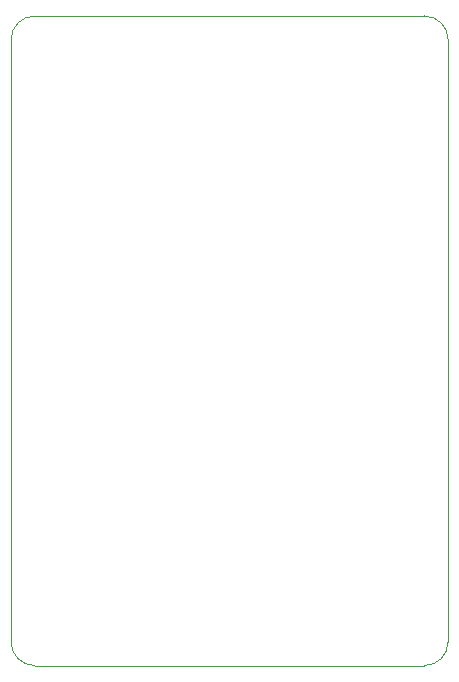
<source format=gbr>
%TF.GenerationSoftware,Altium Limited,Altium Designer,25.5.2 (35)*%
G04 Layer_Color=0*
%FSLAX45Y45*%
%MOMM*%
%TF.SameCoordinates,04C475F5-62FD-4A33-8D44-780EF8A6E366*%
%TF.FilePolarity,Positive*%
%TF.FileFunction,Profile,NP*%
%TF.Part,Single*%
G01*
G75*
%TA.AperFunction,Profile*%
%ADD47C,0.02540*%
D47*
Y200000D02*
X-2Y5300000D01*
D02*
G02*
X200000Y5500000I200001J-1D01*
G01*
X3500000D01*
D02*
G02*
X3700000Y5300000I0J-200000D01*
G01*
Y200000D01*
D02*
G02*
X3500000Y0I-200000J-0D01*
G01*
X200000Y-0D01*
D02*
G02*
X0Y200000I0J200000D01*
G01*
%TF.MD5,4c2522913ccf8faa87db8c728f077a2e*%
M02*

</source>
